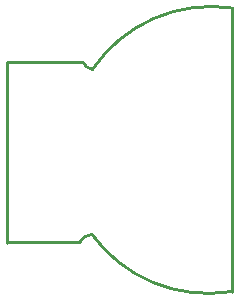
<source format=gko>
G04*
G04 #@! TF.GenerationSoftware,Altium Limited,Altium Designer,21.3.2 (30)*
G04*
G04 Layer_Color=16711935*
%FSLAX44Y44*%
%MOMM*%
G71*
G04*
G04 #@! TF.SameCoordinates,63FCB1AE-FA75-410F-B4B2-0E9A8DB9BD7B*
G04*
G04*
G04 #@! TF.FilePolarity,Positive*
G04*
G01*
G75*
%ADD46C,0.2540*%
D46*
X1233254Y828302D02*
G03*
X1114262Y776526I-18533J-120031D01*
G01*
X1113600Y636900D02*
G03*
X1231226Y588276I98490J71670D01*
G01*
X1113600Y636900D02*
G03*
X1103283Y630077I2355J-14772D01*
G01*
X1105693Y782685D02*
G03*
X1114366Y776339I11207J6215D01*
G01*
X1232400Y766125D02*
Y828000D01*
Y587700D02*
Y647175D01*
X1042477Y630077D02*
X1103283D01*
X1232400Y647175D02*
Y766125D01*
X1042800Y782600D02*
X1058550D01*
X1090850D02*
X1105900D01*
X1058550D02*
X1090850D01*
X1042000Y629600D02*
Y782800D01*
M02*

</source>
